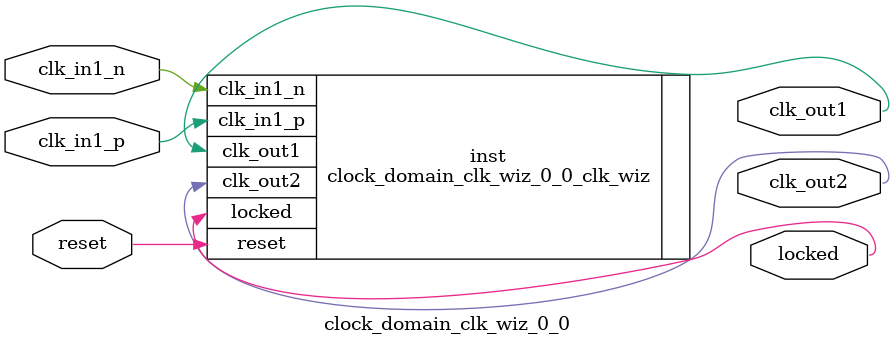
<source format=v>


`timescale 1ps/1ps

(* CORE_GENERATION_INFO = "clock_domain_clk_wiz_0_0,clk_wiz_v6_0_4_0_0,{component_name=clock_domain_clk_wiz_0_0,use_phase_alignment=true,use_min_o_jitter=false,use_max_i_jitter=false,use_dyn_phase_shift=false,use_inclk_switchover=false,use_dyn_reconfig=false,enable_axi=0,feedback_source=FDBK_AUTO,PRIMITIVE=PLL,num_out_clk=2,clkin1_period=5.000,clkin2_period=10.0,use_power_down=false,use_reset=true,use_locked=true,use_inclk_stopped=false,feedback_type=SINGLE,CLOCK_MGR_TYPE=NA,manual_override=false}" *)

module clock_domain_clk_wiz_0_0 
 (
  // Clock out ports
  output        clk_out1,
  output        clk_out2,
  // Status and control signals
  input         reset,
  output        locked,
 // Clock in ports
  input         clk_in1_p,
  input         clk_in1_n
 );

  clock_domain_clk_wiz_0_0_clk_wiz inst
  (
  // Clock out ports  
  .clk_out1(clk_out1),
  .clk_out2(clk_out2),
  // Status and control signals               
  .reset(reset), 
  .locked(locked),
 // Clock in ports
  .clk_in1_p(clk_in1_p),
  .clk_in1_n(clk_in1_n)
  );

endmodule

</source>
